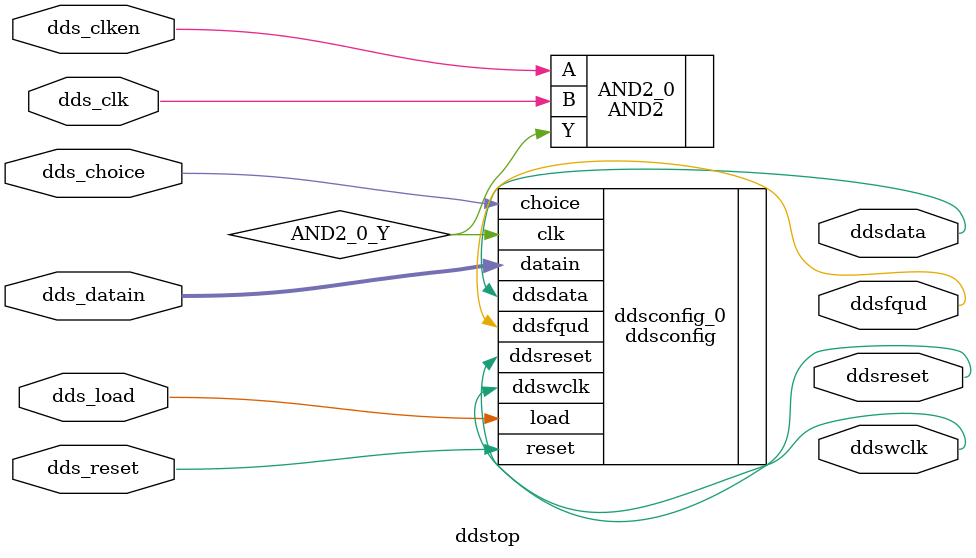
<source format=v>
`timescale 1 ns/100 ps


module ddstop(
       dds_choice,
       dds_load,
       ddsfqud,
       ddswclk,
       ddsreset,
       dds_reset,
       ddsdata,
       dds_clken,
       dds_clk,
       dds_datain
    );
input  dds_choice;
input  dds_load;
output ddsfqud;
output ddswclk;
output ddsreset;
input  dds_reset;
output ddsdata;
input  dds_clken;
input  dds_clk;
input  [15:0] dds_datain;

    wire AND2_0_Y, GND_net, VCC_net;
    
    ddsconfig ddsconfig_0 (.reset(dds_reset), .clk(AND2_0_Y), .ddswclk(
        ddswclk), .ddsreset(ddsreset), .ddsfqud(ddsfqud), .ddsdata(
        ddsdata), .load(dds_load), .choice(dds_choice), .datain({
        dds_datain[15], dds_datain[14], dds_datain[13], dds_datain[12], 
        dds_datain[11], dds_datain[10], dds_datain[9], dds_datain[8], 
        dds_datain[7], dds_datain[6], dds_datain[5], dds_datain[4], 
        dds_datain[3], dds_datain[2], dds_datain[1], dds_datain[0]}));
    VCC VCC (.Y(VCC_net));
    GND GND (.Y(GND_net));
    AND2 AND2_0 (.A(dds_clken), .B(dds_clk), .Y(AND2_0_Y));
    
endmodule

</source>
